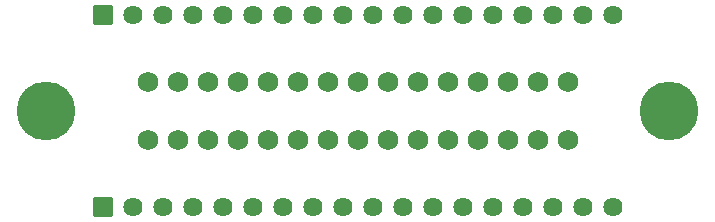
<source format=gbs>
G04 Layer: BottomSolderMaskLayer*
G04 EasyEDA v6.5.22, 2023-04-21 16:03:43*
G04 4c68439a23b5444c8928c868920feb27,770f932475b44407b2c7c1ef503837d0,10*
G04 Gerber Generator version 0.2*
G04 Scale: 100 percent, Rotated: No, Reflected: No *
G04 Dimensions in millimeters *
G04 leading zeros omitted , absolute positions ,4 integer and 5 decimal *
%FSLAX45Y45*%
%MOMM*%

%AMMACRO1*1,1,$1,$2,$3*1,1,$1,$4,$5*1,1,$1,0-$2,0-$3*1,1,$1,0-$4,0-$5*20,1,$1,$2,$3,$4,$5,0*20,1,$1,$4,$5,0-$2,0-$3,0*20,1,$1,0-$2,0-$3,0-$4,0-$5,0*20,1,$1,0-$4,0-$5,$2,$3,0*4,1,4,$2,$3,$4,$5,0-$2,0-$3,0-$4,0-$5,$2,$3,0*%
%ADD10MACRO1,0.1016X-0.762X0.762X-0.762X-0.762*%
%ADD11C,1.6256*%
%ADD12C,1.7516*%
%ADD13C,4.9766*%

%LPD*%
D10*
G01*
X-5099989Y-1925599D03*
D11*
G01*
X-4845989Y-1925599D03*
G01*
X-4591989Y-1925599D03*
G01*
X-4337989Y-1925599D03*
G01*
X-4083989Y-1925599D03*
G01*
X-3829989Y-1925599D03*
G01*
X-3575989Y-1925599D03*
G01*
X-3321989Y-1925599D03*
G01*
X-3067989Y-1925599D03*
G01*
X-2813989Y-1925599D03*
G01*
X-2559989Y-1925599D03*
G01*
X-2305989Y-1925599D03*
G01*
X-2051989Y-1925599D03*
G01*
X-1797989Y-1925599D03*
G01*
X-1543989Y-1925599D03*
G01*
X-1289989Y-1925599D03*
G01*
X-1035989Y-1925599D03*
G01*
X-781989Y-1925599D03*
D10*
G01*
X-5099989Y-299999D03*
D11*
G01*
X-4845989Y-299999D03*
G01*
X-4591989Y-299999D03*
G01*
X-4337989Y-299999D03*
G01*
X-4083989Y-299999D03*
G01*
X-3829989Y-299999D03*
G01*
X-3575989Y-299999D03*
G01*
X-3321989Y-299999D03*
G01*
X-3067989Y-299999D03*
G01*
X-2813989Y-299999D03*
G01*
X-2559989Y-299999D03*
G01*
X-2305989Y-299999D03*
G01*
X-2051989Y-299999D03*
G01*
X-1797989Y-299999D03*
G01*
X-1543989Y-299999D03*
G01*
X-1289989Y-299999D03*
G01*
X-1035989Y-299999D03*
G01*
X-781989Y-299999D03*
D12*
G01*
X-4718989Y-1354099D03*
G01*
X-4718989Y-869111D03*
G01*
X-4464989Y-1354099D03*
G01*
X-4464989Y-869111D03*
G01*
X-4210989Y-1354099D03*
G01*
X-4210989Y-869111D03*
G01*
X-3956989Y-1354099D03*
G01*
X-3956989Y-869111D03*
G01*
X-3702989Y-1354099D03*
G01*
X-3702989Y-869111D03*
G01*
X-3448989Y-1354099D03*
G01*
X-3448989Y-869111D03*
G01*
X-3194989Y-1354099D03*
G01*
X-3194989Y-869111D03*
G01*
X-2940989Y-1354099D03*
G01*
X-2940989Y-869111D03*
G01*
X-2686989Y-1354099D03*
G01*
X-2686989Y-869111D03*
G01*
X-2432989Y-1354099D03*
G01*
X-2432989Y-869111D03*
G01*
X-2178989Y-1354099D03*
G01*
X-2178989Y-869111D03*
G01*
X-1924989Y-1354099D03*
G01*
X-1924989Y-869111D03*
G01*
X-1670989Y-1354099D03*
G01*
X-1670989Y-869111D03*
G01*
X-1416989Y-1354099D03*
G01*
X-1416989Y-869111D03*
G01*
X-1162989Y-1354099D03*
G01*
X-1162989Y-869111D03*
D13*
G01*
X-5575985Y-1111605D03*
G01*
X-305993Y-1111605D03*
M02*

</source>
